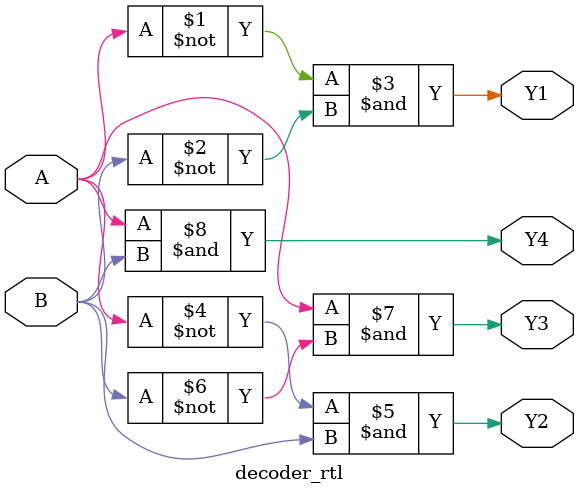
<source format=v>
/*module decoder_rtl(A,B,Y1,Y2,Y3,Y4);

input A,B;
output reg  Y1,Y2,Y3,Y4 ; 

always @(*)
begin 
 Y1= ~A&~B;
 Y2=~A&B;
 Y3=A&~B;
 Y4=A&B;
end 
endmodule */

module decoder_rtl(A,B,Y1,Y2,Y3,Y4);

input A,B;
output   Y1,Y2,Y3,Y4 ; 

assign Y1=~A&~B;
assign Y2= ~A&B;
assign Y3= A&~B;
assign Y4=  A&B;

endmodule 

/*module decoder_rtl(A,Y);

input [1:0]A;
output  [3:0]Y  ;
reg  [3:0]Y ; 
 
 
 
always @(*)

begin 

     if  (A==00)
         begin
		   Y=1;
			end 
			
			
		else if (A==01)
		      begin 
				Y=2;
				end
				
		else if (A==2)
		      begin 
				Y=4;
				end 
			
		else if (A==3)
		      begin 
				Y=8;
				end 		
end      
endmodule */


/*module decoder_rtl(A,Y);

input [1:0]A;
output  [3:0]Y  ;
reg  [3:0]Y ; 
 
 
 
always @(*)

begin 

     case  (A) 
       2'b00 :begin Y=0001; end 
		   
		 2'b01 :begin Y=2; end 
			
		 2'b10 :begin Y=3; end 
			
		 2'b11 :begin Y=4; end 		  
		endcase	
			
		
end      
endmodule */









</source>
